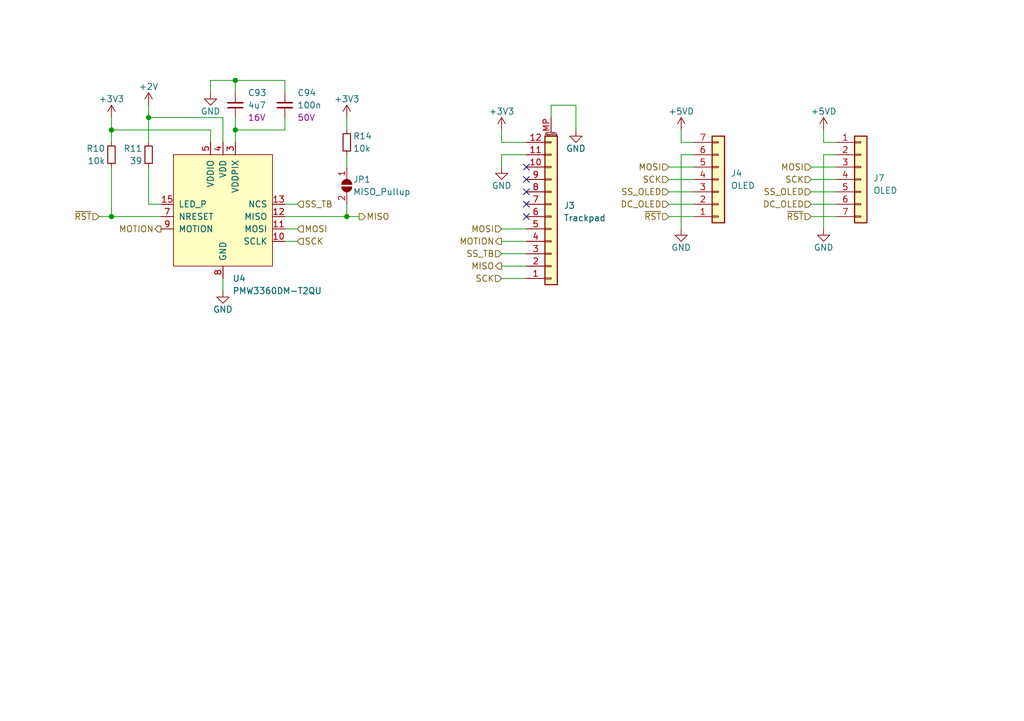
<source format=kicad_sch>
(kicad_sch (version 20230121) (generator eeschema)
  (paper "A5")
  (lib_symbols
    (symbol "+3V3_1" (power) (pin_names (offset 0))
      (property "Value" "+3V3_1" (at 0 3.556 0))
      (symbol "+3V3_1_0_1"
        (polyline (pts (xy -0.762 1.27) (xy 0 2.54)))
        (polyline (pts (xy 0 0) (xy 0 2.54)))
        (polyline (pts (xy 0 2.54) (xy 0.762 1.27)))
      )
      (symbol "+3V3_1_1_1"
        (pin power_in line (at 0 0 90) (length 0) hide (name "+3V3") (number "1"))
      )
    )
    (symbol "Connector_Generic:Conn_01x07" (pin_names (offset 1.016) hide)
      (property "Reference" "J" (at 0 10.16 0))
      (property "Value" "Conn_01x07" (at 0 -10.16 0))
      (symbol "Conn_01x07_1_1"
        (rectangle (start -1.27 -7.493) (end 0 -7.747) (stroke (width 0.1524)))
        (rectangle (start -1.27 -4.953) (end 0 -5.207) (stroke (width 0.1524)))
        (rectangle (start -1.27 -2.413) (end 0 -2.667) (stroke (width 0.1524)))
        (rectangle (start -1.27 0.127) (end 0 -0.127) (stroke (width 0.1524)))
        (rectangle (start -1.27 2.667) (end 0 2.413) (stroke (width 0.1524)))
        (rectangle (start -1.27 5.207) (end 0 4.953) (stroke (width 0.1524)))
        (rectangle (start -1.27 7.747) (end 0 7.493) (stroke (width 0.1524)))
        (rectangle (start -1.27 8.89) (end 1.27 -8.89) (stroke (width 0.254)) (fill (type background)))
        (pin passive line (at -5.08 7.62 0) (length 3.81) (name "Pin_1") (number "1"))
        (pin passive line (at -5.08 5.08 0) (length 3.81) (name "Pin_2") (number "2"))
        (pin passive line (at -5.08 2.54 0) (length 3.81) (name "Pin_3") (number "3"))
        (pin passive line (at -5.08 0 0) (length 3.81) (name "Pin_4") (number "4"))
        (pin passive line (at -5.08 -2.54 0) (length 3.81) (name "Pin_5") (number "5"))
        (pin passive line (at -5.08 -5.08 0) (length 3.81) (name "Pin_6") (number "6"))
        (pin passive line (at -5.08 -7.62 0) (length 3.81) (name "Pin_7") (number "7"))
      )
    )
    (symbol "Connector_Generic_MountingPin:Conn_01x12_MountingPin" (pin_names (offset 1.016) hide)
      (property "Reference" "J" (at 0 15.24 0))
      (property "Value" "Conn_01x12_MountingPin" (at 1.27 -17.78 0))
      (symbol "Conn_01x12_MountingPin_1_1"
        (rectangle (start -1.27 -15.113) (end 0 -15.367) (stroke (width 0.1524)))
        (rectangle (start -1.27 -12.573) (end 0 -12.827) (stroke (width 0.1524)))
        (rectangle (start -1.27 -10.033) (end 0 -10.287) (stroke (width 0.1524)))
        (rectangle (start -1.27 -7.493) (end 0 -7.747) (stroke (width 0.1524)))
        (rectangle (start -1.27 -4.953) (end 0 -5.207) (stroke (width 0.1524)))
        (rectangle (start -1.27 -2.413) (end 0 -2.667) (stroke (width 0.1524)))
        (rectangle (start -1.27 0.127) (end 0 -0.127) (stroke (width 0.1524)))
        (rectangle (start -1.27 2.667) (end 0 2.413) (stroke (width 0.1524)))
        (rectangle (start -1.27 5.207) (end 0 4.953) (stroke (width 0.1524)))
        (rectangle (start -1.27 7.747) (end 0 7.493) (stroke (width 0.1524)))
        (rectangle (start -1.27 10.287) (end 0 10.033) (stroke (width 0.1524)))
        (rectangle (start -1.27 12.827) (end 0 12.573) (stroke (width 0.1524)))
        (rectangle (start -1.27 13.97) (end 1.27 -16.51) (stroke (width 0.254)) (fill (type background)))
        (polyline (pts (xy -1.016 -17.272) (xy 1.016 -17.272)) (stroke (width 0.1524)))
        (text "Mounting" (at 0 -16.891 0) (effects (font (size 0.381 0.381))))
        (pin passive line (at -5.08 12.7 0) (length 3.81) (name "Pin_1") (number "1"))
        (pin passive line (at -5.08 -10.16 0) (length 3.81) (name "Pin_10") (number "10"))
        (pin passive line (at -5.08 -12.7 0) (length 3.81) (name "Pin_11") (number "11"))
        (pin passive line (at -5.08 -15.24 0) (length 3.81) (name "Pin_12") (number "12"))
        (pin passive line (at -5.08 10.16 0) (length 3.81) (name "Pin_2") (number "2"))
        (pin passive line (at -5.08 7.62 0) (length 3.81) (name "Pin_3") (number "3"))
        (pin passive line (at -5.08 5.08 0) (length 3.81) (name "Pin_4") (number "4"))
        (pin passive line (at -5.08 2.54 0) (length 3.81) (name "Pin_5") (number "5"))
        (pin passive line (at -5.08 0 0) (length 3.81) (name "Pin_6") (number "6"))
        (pin passive line (at -5.08 -2.54 0) (length 3.81) (name "Pin_7") (number "7"))
        (pin passive line (at -5.08 -5.08 0) (length 3.81) (name "Pin_8") (number "8"))
        (pin passive line (at -5.08 -7.62 0) (length 3.81) (name "Pin_9") (number "9"))
        (pin passive line (at 0 -20.32 90) (length 3.048) (name "MountPin") (number "MP"))
      )
    )
    (symbol "Device:C_Small" (pin_numbers hide) (pin_names (offset 0.254) hide)
      (property "Reference" "C" (at 0.254 1.778 0))
      (property "Value" "C_Small" (at 0.254 -2.032 0))
      (symbol "C_Small_0_1"
        (polyline (pts (xy -1.524 -0.508) (xy 1.524 -0.508)) (stroke (width 0.3302)))
        (polyline (pts (xy -1.524 0.508) (xy 1.524 0.508)) (stroke (width 0.3048)))
      )
      (symbol "C_Small_1_1"
        (pin passive line (at 0 2.54 270) (length 2.032) (name "~") (number "1"))
        (pin passive line (at 0 -2.54 90) (length 2.032) (name "~") (number "2"))
      )
    )
    (symbol "Device:R_Small" (pin_numbers hide) (pin_names (offset 0.254) hide)
      (property "Reference" "R" (at 0.762 0.508 0))
      (property "Value" "R_Small" (at 0.762 -1.016 0))
      (symbol "R_Small_0_1"
        (rectangle (start -0.762 1.778) (end 0.762 -1.778) (stroke (width 0.2032)))
      )
      (symbol "R_Small_1_1"
        (pin passive line (at 0 2.54 270) (length 0.762) (name "~") (number "1"))
        (pin passive line (at 0 -2.54 90) (length 0.762) (name "~") (number "2"))
      )
    )
    (symbol "Honeydew:+2V" (power) (pin_names (offset 0))
      (property "Value" "+2V" (at 0 3.81 0))
      (symbol "+2V_0_1"
        (polyline (pts (xy -0.762 1.27) (xy 0 2.54)))
        (polyline (pts (xy 0 0) (xy 0 2.54)))
        (polyline (pts (xy 0 2.54) (xy 0.762 1.27)))
      )
      (symbol "+2V_1_1"
        (pin power_in line (at 0 0 90) (length 0) hide (name "+2V") (number "1"))
      )
    )
    (symbol "Jumper:SolderJumper_2_Open" (pin_names (offset 0) hide)
      (property "Reference" "JP" (at 0 2.032 0))
      (property "Value" "SolderJumper_2_Open" (at 0 -2.54 0))
      (symbol "SolderJumper_2_Open_0_1"
        (arc (start -0.254 1.016) (mid -1.2656 0) (end -0.254 -1.016))
        (arc (start -0.254 1.016) (mid -1.2656 0) (end -0.254 -1.016) (fill (type outline)))
        (polyline (pts (xy -0.254 1.016) (xy -0.254 -1.016)))
        (polyline (pts (xy 0.254 1.016) (xy 0.254 -1.016)))
        (arc (start 0.254 -1.016) (mid 1.2656 0) (end 0.254 1.016))
        (arc (start 0.254 -1.016) (mid 1.2656 0) (end 0.254 1.016) (fill (type outline)))
      )
      (symbol "SolderJumper_2_Open_1_1"
        (pin passive line (at -3.81 0 0) (length 2.54) (name "A") (number "1"))
        (pin passive line (at 3.81 0 180) (length 2.54) (name "B") (number "2"))
      )
    )
    (symbol "PMW3360DM-T2QU_1" (pin_names (offset 1.016))
      (property "Reference" "U" (at 0 12.7 0))
      (property "Value" "PMW3360DM-T2QU_1" (at 0 20.32 0))
      (symbol "PMW3360DM-T2QU_1_0_1"
        (rectangle (start -10.16 10.16) (end 10.16 -12.7) (fill (type background)))
      )
      (symbol "PMW3360DM-T2QU_1_1_1"
        (pin no_connect line (at -12.7 7.62 0) (length 2.54) hide (name "NC") (number "1"))
        (pin input line (at 12.7 -7.62 180) (length 2.54) (name "SCLK") (number "10"))
        (pin input line (at 12.7 -5.08 180) (length 2.54) (name "MOSI") (number "11"))
        (pin output line (at 12.7 -2.54 180) (length 2.54) (name "MISO") (number "12"))
        (pin input line (at 12.7 0 180) (length 2.54) (name "NCS") (number "13"))
        (pin no_connect line (at -12.7 7.62 0) (length 2.54) hide (name "NC") (number "14"))
        (pin input line (at -12.7 0 0) (length 2.54) (name "LED_P") (number "15"))
        (pin no_connect line (at -12.7 7.62 0) (length 2.54) hide (name "NC") (number "16"))
        (pin no_connect line (at -12.7 7.62 0) (length 2.54) hide (name "NC") (number "2"))
        (pin power_in line (at 2.54 12.7 270) (length 2.54) (name "VDDPIX") (number "3"))
        (pin power_in line (at 0 12.7 270) (length 2.54) (name "VDD") (number "4"))
        (pin power_in line (at -2.54 12.7 270) (length 2.54) (name "VDDIO") (number "5"))
        (pin no_connect line (at -12.7 7.62 0) (length 2.54) hide (name "NC") (number "6"))
        (pin input line (at -12.7 -2.54 0) (length 2.54) (name "NRESET") (number "7"))
        (pin power_in line (at 0 -15.24 90) (length 2.54) (name "GND") (number "8"))
        (pin output line (at -12.7 -5.08 0) (length 2.54) (name "MOTION") (number "9"))
      )
    )
    (symbol "power:+5VD" (power) (pin_names (offset 0))
      (property "Value" "+5VD" (at 0 3.556 0))
      (symbol "+5VD_0_1"
        (polyline (pts (xy -0.762 1.27) (xy 0 2.54)))
        (polyline (pts (xy 0 0) (xy 0 2.54)))
        (polyline (pts (xy 0 2.54) (xy 0.762 1.27)))
      )
      (symbol "+5VD_1_1"
        (pin power_in line (at 0 0 90) (length 0) hide (name "+5VD") (number "1"))
      )
    )
    (symbol "power:GND" (power) (pin_names (offset 0))
      (property "Value" "GND" (at 0 -3.81 0))
      (symbol "GND_0_1"
        (polyline (pts (xy 0 0) (xy 0 -1.27) (xy 1.27 -1.27) (xy 0 -2.54) (xy -1.27 -1.27) (xy 0 -1.27)))
      )
      (symbol "GND_1_1"
        (pin power_in line (at 0 0 270) (length 0) hide (name "GND") (number "1"))
      )
    )
  )
  (junction (at 48.26 16.51))
  (junction (at 30.48 24.13))
  (junction (at 48.26 26.67))
  (junction (at 22.86 26.67))
  (junction (at 22.86 44.45))
  (junction (at 71.12 44.45))
  (no_connect (at 107.95 44.45))
  (no_connect (at 107.95 39.37))
  (no_connect (at 107.95 36.83))
  (no_connect (at 107.95 34.29))
  (no_connect (at 107.95 41.91))
  (wire (pts (xy 102.87 49.53) (xy 107.95 49.53)))
  (wire (pts (xy 102.87 46.99) (xy 107.95 46.99)))
  (wire (pts (xy 168.91 29.21) (xy 171.45 29.21)))
  (wire (pts (xy 22.86 26.67) (xy 43.18 26.67)))
  (wire (pts (xy 166.37 36.83) (xy 171.45 36.83)))
  (wire (pts (xy 48.26 26.67) (xy 48.26 29.21)))
  (wire (pts (xy 60.96 41.91) (xy 58.42 41.91)))
  (wire (pts (xy 60.96 46.99) (xy 58.42 46.99)))
  (wire (pts (xy 45.72 24.13) (xy 30.48 24.13)))
  (wire (pts (xy 43.18 19.05) (xy 43.18 16.51)))
  (wire (pts (xy 30.48 34.29) (xy 30.48 41.91)))
  (wire (pts (xy 43.18 16.51) (xy 48.26 16.51)))
  (wire (pts (xy 30.48 41.91) (xy 33.02 41.91)))
  (wire (pts (xy 22.86 44.45) (xy 33.02 44.45)))
  (wire (pts (xy 20.32 44.45) (xy 22.86 44.45)))
  (wire (pts (xy 71.12 26.67) (xy 71.12 24.13)))
  (wire (pts (xy 43.18 29.21) (xy 43.18 26.67)))
  (wire (pts (xy 166.37 41.91) (xy 171.45 41.91)))
  (wire (pts (xy 71.12 44.45) (xy 73.66 44.45)))
  (wire (pts (xy 58.42 16.51) (xy 48.26 16.51)))
  (wire (pts (xy 102.87 31.75) (xy 102.87 34.29)))
  (wire (pts (xy 137.16 41.91) (xy 142.24 41.91)))
  (wire (pts (xy 139.7 26.67) (xy 139.7 29.21)))
  (wire (pts (xy 71.12 31.75) (xy 71.12 34.29)))
  (wire (pts (xy 139.7 29.21) (xy 142.24 29.21)))
  (wire (pts (xy 168.91 31.75) (xy 171.45 31.75)))
  (wire (pts (xy 137.16 34.29) (xy 142.24 34.29)))
  (wire (pts (xy 48.26 16.51) (xy 48.26 19.05)))
  (wire (pts (xy 45.72 24.13) (xy 45.72 29.21)))
  (wire (pts (xy 22.86 24.13) (xy 22.86 26.67)))
  (wire (pts (xy 139.7 31.75) (xy 142.24 31.75)))
  (wire (pts (xy 166.37 34.29) (xy 171.45 34.29)))
  (wire (pts (xy 137.16 39.37) (xy 142.24 39.37)))
  (wire (pts (xy 139.7 31.75) (xy 139.7 46.99)))
  (wire (pts (xy 102.87 26.67) (xy 102.87 29.21)))
  (wire (pts (xy 58.42 26.67) (xy 48.26 26.67)))
  (wire (pts (xy 60.96 49.53) (xy 58.42 49.53)))
  (wire (pts (xy 58.42 24.13) (xy 58.42 26.67)))
  (wire (pts (xy 30.48 24.13) (xy 30.48 29.21)))
  (wire (pts (xy 58.42 19.05) (xy 58.42 16.51)))
  (wire (pts (xy 45.72 57.15) (xy 45.72 59.69)))
  (wire (pts (xy 166.37 44.45) (xy 171.45 44.45)))
  (wire (pts (xy 58.42 44.45) (xy 71.12 44.45)))
  (wire (pts (xy 30.48 21.59) (xy 30.48 24.13)))
  (wire (pts (xy 118.11 21.59) (xy 118.11 26.67)))
  (wire (pts (xy 137.16 36.83) (xy 142.24 36.83)))
  (wire (pts (xy 137.16 44.45) (xy 142.24 44.45)))
  (wire (pts (xy 102.87 57.15) (xy 107.95 57.15)))
  (wire (pts (xy 48.26 24.13) (xy 48.26 26.67)))
  (wire (pts (xy 22.86 26.67) (xy 22.86 29.21)))
  (wire (pts (xy 102.87 54.61) (xy 107.95 54.61)))
  (wire (pts (xy 102.87 29.21) (xy 107.95 29.21)))
  (wire (pts (xy 113.03 21.59) (xy 113.03 24.13)))
  (wire (pts (xy 168.91 31.75) (xy 168.91 46.99)))
  (wire (pts (xy 22.86 34.29) (xy 22.86 44.45)))
  (wire (pts (xy 71.12 44.45) (xy 71.12 41.91)))
  (wire (pts (xy 168.91 26.67) (xy 168.91 29.21)))
  (wire (pts (xy 118.11 21.59) (xy 113.03 21.59)))
  (wire (pts (xy 102.87 52.07) (xy 107.95 52.07)))
  (wire (pts (xy 102.87 31.75) (xy 107.95 31.75)))
  (wire (pts (xy 166.37 39.37) (xy 171.45 39.37)))
  (hierarchical_label "SS_OLED" (shape input) (at 137.16 39.37 180))
  (hierarchical_label "MISO" (shape output) (at 102.87 54.61 180))
  (hierarchical_label "SS_TB" (shape input) (at 60.96 41.91 0))
  (hierarchical_label "SCK" (shape input) (at 60.96 49.53 0))
  (hierarchical_label "MOTION" (shape output) (at 102.87 49.53 180))
  (hierarchical_label "~{RST}" (shape input) (at 20.32 44.45 180))
  (hierarchical_label "SCK" (shape input) (at 137.16 36.83 180))
  (hierarchical_label "MOSI" (shape input) (at 102.87 46.99 180))
  (hierarchical_label "DC_OLED" (shape input) (at 137.16 41.91 180))
  (hierarchical_label "MOSI" (shape input) (at 166.37 34.29 180))
  (hierarchical_label "DC_OLED" (shape input) (at 166.37 41.91 180))
  (hierarchical_label "SS_TB" (shape input) (at 102.87 52.07 180))
  (hierarchical_label "MOSI" (shape input) (at 60.96 46.99 0))
  (hierarchical_label "~{RST}" (shape input) (at 137.16 44.45 180))
  (hierarchical_label "MISO" (shape output) (at 73.66 44.45 0))
  (hierarchical_label "SCK" (shape input) (at 102.87 57.15 180))
  (hierarchical_label "SS_OLED" (shape input) (at 166.37 39.37 180))
  (hierarchical_label "SCK" (shape input) (at 166.37 36.83 180))
  (hierarchical_label "MOSI" (shape input) (at 137.16 34.29 180))
  (hierarchical_label "~{RST}" (shape input) (at 166.37 44.45 180))
  (hierarchical_label "MOTION" (shape output) (at 33.02 46.99 180))
  (symbol (lib_name "+3V3_1") (lib_id "power:+3V3") (at 102.87 26.67 0) (unit 1)
    (property "Reference" "#PWR01" (effects hide))
    (property "Value" "+3V3" (at 102.87 22.86 0))
  )
  (symbol (lib_id "Jumper:SolderJumper_2_Open") (at 71.12 38.1 270) (unit 1) (in_bom no)
    (property "Reference" "JP1" (at 72.39 36.83 90) (effects (justify left)))
    (property "Value" "MISO_Pullup" (at 72.39 39.37 90) (effects (justify left)))
    (property "Footprint" "Jumper:SolderJumper-2_P1.3mm_Open_Pad1.0x1.5mm" (effects hide))
    (property "Description" "MISO pullup jumper" (effects hide))
  )
  (symbol (lib_id "Connector_Generic_MountingPin:Conn_01x12_MountingPin") (at 113.03 44.45 0) (mirror x) (unit 1)
    (property "Reference" "J3" (at 115.57 42.1894 0) (effects (justify left)))
    (property "Value" "Trackpad" (at 115.57 44.7294 0) (effects (justify left)))
    (property "Footprint" "Honeydew:Hirose_FH12-12S-0.5SH_1x12-1MP_P0.50mm_Horizontal" (effects hide))
    (property "LCSC" "C88360" (effects hide))
  )
  (symbol (lib_id "power:+5VD") (at 168.91 26.67 0) (unit 1)
    (property "Reference" "#PWR036" (effects hide))
    (property "Value" "+5VD" (at 168.91 22.86 0))
  )
  (symbol (lib_name "+3V3_1") (lib_id "power:+3V3") (at 22.86 24.13 0) (unit 1)
    (property "Reference" "#PWR015" (effects hide))
    (property "Value" "+3V3" (at 22.86 20.32 0))
  )
  (symbol (lib_id "Device:R_Small") (at 71.12 29.21 180) (unit 1)
    (property "Reference" "R14" (at 72.39 27.94 0) (effects (justify right)))
    (property "Value" "10k" (at 72.39 30.48 0) (effects (justify right)))
    (property "Footprint" "Resistor_SMD:R_0402_1005Metric" (effects hide))
    (property "Description" "0402 resistor" (effects hide))
    (property "LCSC" "C25744" (effects hide))
  )
  (symbol (lib_id "Device:R_Small") (at 22.86 31.75 180) (unit 1)
    (property "Reference" "R10" (at 21.59 30.48 0) (effects (justify left)))
    (property "Value" "10k" (at 21.59 33.02 0) (effects (justify left)))
    (property "Footprint" "Resistor_SMD:R_0402_1005Metric" (effects hide))
    (property "Description" "0402 resistor" (effects hide))
    (property "LCSC" "C25744" (effects hide))
  )
  (symbol (lib_id "power:+5VD") (at 139.7 26.67 0) (unit 1)
    (property "Reference" "#PWR040" (effects hide))
    (property "Value" "+5VD" (at 139.7 22.86 0))
  )
  (symbol (lib_id "Connector_Generic:Conn_01x07") (at 176.53 36.83 0) (unit 1)
    (property "Reference" "J7" (at 179.07 36.5506 0) (effects (justify left)))
    (property "Value" "OLED" (at 179.07 39.0906 0) (effects (justify left)))
    (property "Footprint" "Honeydew:OLED_1.5_SSD1351_128x128" (effects hide))
  )
  (symbol (lib_id "power:GND") (at 118.11 26.67 0) (unit 1)
    (property "Reference" "#PWR?" (effects hide))
    (property "Value" "GND" (at 118.11 30.48 0))
    (instances (project "Honeydew" (path "" (reference "#PWR?") (unit 1)) (path "" (reference "#PWR097") (unit 1))))
  )
  (symbol (lib_id "power:GND") (at 168.91 46.99 0) (unit 1)
    (property "Reference" "#PWR?" (effects hide))
    (property "Value" "GND" (at 168.91 50.8 0))
    (instances (project "Honeydew" (path "" (reference "#PWR?") (unit 1)) (path "" (reference "#PWR042") (unit 1))))
  )
  (symbol (lib_id "Device:C_Small") (at 58.42 21.59 0) (unit 1)
    (property "Reference" "C94" (at 60.96 19.05 0) (effects (justify left)))
    (property "Value" "100n" (at 60.96 21.59 0) (effects (justify left)))
    (property "Footprint" "Capacitor_SMD:C_0402_1005Metric" (effects hide))
    (property "Description" "0402 capacitor" (effects hide))
    (property "LCSC" "C307331" (effects hide))
    (property "Voltage" "50V" (at 60.96 24.13 0) (effects (justify left)))
  )
  (symbol (lib_id "power:GND") (at 45.72 59.69 0) (unit 1)
    (property "Reference" "#PWR?" (effects hide))
    (property "Value" "GND" (at 45.72 63.5 0))
    (instances (project "Honeydew" (path "" (reference "#PWR?") (unit 1)) (path "" (reference "#PWR039") (unit 1))))
  )
  (symbol (lib_id "power:GND") (at 139.7 46.99 0) (unit 1)
    (property "Reference" "#PWR?" (effects hide))
    (property "Value" "GND" (at 139.7 50.8 0))
    (instances (project "Honeydew" (path "" (reference "#PWR?") (unit 1)) (path "" (reference "#PWR025") (unit 1))))
  )
  (symbol (lib_id "power:GND") (at 102.87 34.29 0) (unit 1)
    (property "Reference" "#PWR?" (effects hide))
    (property "Value" "GND" (at 102.87 38.1 0))
    (instances (project "Honeydew" (path "" (reference "#PWR?") (unit 1)) (path "" (reference "#PWR03") (unit 1))))
  )
  (symbol (lib_name "+3V3_1") (lib_id "power:+3V3") (at 71.12 24.13 0) (unit 1)
    (property "Reference" "#PWR043" (effects hide))
    (property "Value" "+3V3" (at 71.12 20.32 0))
  )
  (symbol (lib_id "Device:R_Small") (at 30.48 31.75 0) (mirror x) (unit 1)
    (property "Reference" "R11" (at 29.21 30.48 0) (effects (justify right)))
    (property "Value" "39" (at 29.21 33.02 0) (effects (justify right)))
    (property "Footprint" "Resistor_SMD:R_0402_1005Metric" (effects hide))
    (property "Description" "0402 resistor" (effects hide))
    (property "LCSC" "C25164" (effects hide))
  )
  (symbol (lib_id "Honeydew:+2V") (at 30.48 21.59 0) (unit 1)
    (property "Reference" "#PWR016" (effects hide))
    (property "Value" "+2V" (at 30.48 17.78 0))
  )
  (symbol (lib_id "Connector_Generic:Conn_01x07") (at 147.32 36.83 0) (mirror x) (unit 1)
    (property "Reference" "J4" (at 149.86 35.56 0) (effects (justify left)))
    (property "Value" "OLED" (at 149.86 38.1 0) (effects (justify left)))
    (property "Footprint" "Connector_JST:JST_PH_S7B-PH-K_1x07_P2.00mm_Horizontal" (effects hide))
  )
  (symbol (lib_id "Device:C_Small") (at 48.26 21.59 180) (unit 1)
    (property "Reference" "C93" (at 50.8 19.05 0) (effects (justify right)))
    (property "Value" "4u7" (at 50.8 21.59 0) (effects (justify right)))
    (property "Footprint" "Capacitor_SMD:C_0603_1608Metric" (effects hide))
    (property "Description" "0603 capacitor" (effects hide))
    (property "LCSC" "C19666" (effects hide))
    (property "Voltage" "16V" (at 50.8 24.13 0) (effects (justify right)))
  )
  (symbol (lib_id "power:GND") (at 43.18 19.05 0) (unit 1)
    (property "Reference" "#PWR?" (effects hide))
    (property "Value" "GND" (at 43.18 22.86 0))
    (instances (project "Honeydew" (path "" (reference "#PWR?") (unit 1)) (path "" (reference "#PWR038") (unit 1))))
  )
  (symbol (lib_name "PMW3360DM-T2QU_1") (lib_id "Ogen:PMW3360DM-T2QU") (at 45.72 41.91 0) (unit 1) (in_bom no)
    (property "Reference" "U4" (at 47.6759 57.15 0) (effects (justify left)))
    (property "Value" "PMW3360DM-T2QU" (at 47.6759 59.69 0) (effects (justify left)))
    (property "Footprint" "Honeydew:IC_PMW3360DM-T2QU" (effects hide))
    (property "Description" "Optical sensor" (effects hide))
  )
)
</source>
